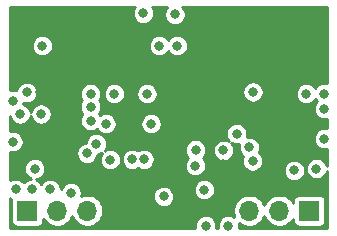
<source format=gbr>
G04 #@! TF.GenerationSoftware,KiCad,Pcbnew,(5.1.5)-3*
G04 #@! TF.CreationDate,2021-02-05T10:45:09+01:00*
G04 #@! TF.ProjectId,kapuki-cursen-hw,6b617075-6b69-42d6-9375-7273656e2d68,rev?*
G04 #@! TF.SameCoordinates,Original*
G04 #@! TF.FileFunction,Copper,L3,Inr*
G04 #@! TF.FilePolarity,Positive*
%FSLAX46Y46*%
G04 Gerber Fmt 4.6, Leading zero omitted, Abs format (unit mm)*
G04 Created by KiCad (PCBNEW (5.1.5)-3) date 2021-02-05 10:45:09*
%MOMM*%
%LPD*%
G04 APERTURE LIST*
%ADD10O,1.700000X1.700000*%
%ADD11R,1.700000X1.700000*%
%ADD12C,0.800000*%
%ADD13C,0.254000*%
G04 APERTURE END LIST*
D10*
X127762000Y-91440000D03*
X125222000Y-91440000D03*
D11*
X122682000Y-91440000D03*
D10*
X141478000Y-91440000D03*
X144018000Y-91440000D03*
D11*
X146558000Y-91440000D03*
D12*
X141478000Y-86080600D03*
X140411200Y-84912200D03*
X136906000Y-87630000D03*
X134239000Y-90220800D03*
X132562600Y-87096600D03*
X128041400Y-81534000D03*
X130048000Y-81534000D03*
X141782800Y-81381600D03*
X132511800Y-74726800D03*
X128041400Y-82626200D03*
X127736600Y-86588600D03*
X129717800Y-87122000D03*
X129336800Y-84074000D03*
X135178800Y-74828400D03*
X122656600Y-81432400D03*
X121462800Y-82118200D03*
X124612400Y-89636600D03*
X126390400Y-89916000D03*
X147828000Y-82804000D03*
X147828000Y-85344000D03*
X147828000Y-81534000D03*
X146304000Y-81534000D03*
X123088400Y-89636600D03*
X121691400Y-89636600D03*
X145288000Y-88036400D03*
X141757400Y-87223600D03*
X132816600Y-81534000D03*
X123850400Y-83261200D03*
X122072400Y-83261200D03*
X136931400Y-86283800D03*
X139700000Y-92710000D03*
X137795000Y-92710000D03*
X137668000Y-89662000D03*
X147167600Y-87884000D03*
X121462800Y-85598000D03*
X123317000Y-87884000D03*
X123952000Y-77470000D03*
X133858000Y-77470000D03*
X139293600Y-86334600D03*
X135382000Y-77470000D03*
X140538200Y-83210400D03*
X135178800Y-89712800D03*
X131292600Y-91186000D03*
X139877800Y-83693000D03*
X143510000Y-81381600D03*
X139268200Y-87528400D03*
X124536200Y-81432400D03*
X123723400Y-81432400D03*
X124891800Y-87858600D03*
X121666000Y-87604600D03*
X140639800Y-81965800D03*
X138836400Y-91440000D03*
X133172200Y-84074000D03*
X131572000Y-87096600D03*
X128524000Y-85775800D03*
X128041400Y-83820000D03*
D13*
G36*
X131707141Y-74296701D02*
G01*
X131638694Y-74461946D01*
X131603800Y-74637370D01*
X131603800Y-74816230D01*
X131638694Y-74991654D01*
X131707141Y-75156899D01*
X131806511Y-75305616D01*
X131932984Y-75432089D01*
X132081701Y-75531459D01*
X132246946Y-75599906D01*
X132422370Y-75634800D01*
X132601230Y-75634800D01*
X132776654Y-75599906D01*
X132941899Y-75531459D01*
X133090616Y-75432089D01*
X133217089Y-75305616D01*
X133316459Y-75156899D01*
X133384906Y-74991654D01*
X133419800Y-74816230D01*
X133419800Y-74637370D01*
X133384906Y-74461946D01*
X133316459Y-74296701D01*
X133247168Y-74193000D01*
X134530095Y-74193000D01*
X134473511Y-74249584D01*
X134374141Y-74398301D01*
X134305694Y-74563546D01*
X134270800Y-74738970D01*
X134270800Y-74917830D01*
X134305694Y-75093254D01*
X134374141Y-75258499D01*
X134473511Y-75407216D01*
X134599984Y-75533689D01*
X134748701Y-75633059D01*
X134913946Y-75701506D01*
X135089370Y-75736400D01*
X135268230Y-75736400D01*
X135443654Y-75701506D01*
X135608899Y-75633059D01*
X135757616Y-75533689D01*
X135884089Y-75407216D01*
X135983459Y-75258499D01*
X136051906Y-75093254D01*
X136086800Y-74917830D01*
X136086800Y-74738970D01*
X136051906Y-74563546D01*
X135983459Y-74398301D01*
X135884089Y-74249584D01*
X135827505Y-74193000D01*
X148057000Y-74193000D01*
X148057000Y-80653762D01*
X147917430Y-80626000D01*
X147738570Y-80626000D01*
X147563146Y-80660894D01*
X147397901Y-80729341D01*
X147249184Y-80828711D01*
X147122711Y-80955184D01*
X147066000Y-81040058D01*
X147009289Y-80955184D01*
X146882816Y-80828711D01*
X146734099Y-80729341D01*
X146568854Y-80660894D01*
X146393430Y-80626000D01*
X146214570Y-80626000D01*
X146039146Y-80660894D01*
X145873901Y-80729341D01*
X145725184Y-80828711D01*
X145598711Y-80955184D01*
X145499341Y-81103901D01*
X145430894Y-81269146D01*
X145396000Y-81444570D01*
X145396000Y-81623430D01*
X145430894Y-81798854D01*
X145499341Y-81964099D01*
X145598711Y-82112816D01*
X145725184Y-82239289D01*
X145873901Y-82338659D01*
X146039146Y-82407106D01*
X146214570Y-82442000D01*
X146393430Y-82442000D01*
X146568854Y-82407106D01*
X146734099Y-82338659D01*
X146882816Y-82239289D01*
X147009289Y-82112816D01*
X147066000Y-82027942D01*
X147122711Y-82112816D01*
X147178895Y-82169000D01*
X147122711Y-82225184D01*
X147023341Y-82373901D01*
X146954894Y-82539146D01*
X146920000Y-82714570D01*
X146920000Y-82893430D01*
X146954894Y-83068854D01*
X147023341Y-83234099D01*
X147122711Y-83382816D01*
X147249184Y-83509289D01*
X147397901Y-83608659D01*
X147563146Y-83677106D01*
X147738570Y-83712000D01*
X147917430Y-83712000D01*
X148057001Y-83684238D01*
X148057001Y-84463762D01*
X147917430Y-84436000D01*
X147738570Y-84436000D01*
X147563146Y-84470894D01*
X147397901Y-84539341D01*
X147249184Y-84638711D01*
X147122711Y-84765184D01*
X147023341Y-84913901D01*
X146954894Y-85079146D01*
X146920000Y-85254570D01*
X146920000Y-85433430D01*
X146954894Y-85608854D01*
X147023341Y-85774099D01*
X147122711Y-85922816D01*
X147249184Y-86049289D01*
X147397901Y-86148659D01*
X147563146Y-86217106D01*
X147738570Y-86252000D01*
X147917430Y-86252000D01*
X148057001Y-86224238D01*
X148057001Y-87701065D01*
X148040706Y-87619146D01*
X147972259Y-87453901D01*
X147872889Y-87305184D01*
X147746416Y-87178711D01*
X147597699Y-87079341D01*
X147432454Y-87010894D01*
X147257030Y-86976000D01*
X147078170Y-86976000D01*
X146902746Y-87010894D01*
X146737501Y-87079341D01*
X146588784Y-87178711D01*
X146462311Y-87305184D01*
X146362941Y-87453901D01*
X146294494Y-87619146D01*
X146259600Y-87794570D01*
X146259600Y-87973430D01*
X146294494Y-88148854D01*
X146362941Y-88314099D01*
X146462311Y-88462816D01*
X146588784Y-88589289D01*
X146737501Y-88688659D01*
X146902746Y-88757106D01*
X147078170Y-88792000D01*
X147257030Y-88792000D01*
X147432454Y-88757106D01*
X147597699Y-88688659D01*
X147746416Y-88589289D01*
X147872889Y-88462816D01*
X147972259Y-88314099D01*
X148040706Y-88148854D01*
X148057001Y-88066935D01*
X148057001Y-92939000D01*
X140580238Y-92939000D01*
X140608000Y-92799430D01*
X140608000Y-92620570D01*
X140575704Y-92458207D01*
X140612325Y-92494828D01*
X140834746Y-92643444D01*
X141081886Y-92745813D01*
X141344249Y-92798000D01*
X141611751Y-92798000D01*
X141874114Y-92745813D01*
X142121254Y-92643444D01*
X142343675Y-92494828D01*
X142532828Y-92305675D01*
X142681444Y-92083254D01*
X142748000Y-91922574D01*
X142814556Y-92083254D01*
X142963172Y-92305675D01*
X143152325Y-92494828D01*
X143374746Y-92643444D01*
X143621886Y-92745813D01*
X143884249Y-92798000D01*
X144151751Y-92798000D01*
X144414114Y-92745813D01*
X144661254Y-92643444D01*
X144883675Y-92494828D01*
X145072828Y-92305675D01*
X145197543Y-92119025D01*
X145197543Y-92290000D01*
X145207351Y-92389585D01*
X145236399Y-92485343D01*
X145283571Y-92573595D01*
X145347052Y-92650948D01*
X145424405Y-92714429D01*
X145512657Y-92761601D01*
X145608415Y-92790649D01*
X145708000Y-92800457D01*
X147408000Y-92800457D01*
X147507585Y-92790649D01*
X147603343Y-92761601D01*
X147691595Y-92714429D01*
X147768948Y-92650948D01*
X147832429Y-92573595D01*
X147879601Y-92485343D01*
X147908649Y-92389585D01*
X147918457Y-92290000D01*
X147918457Y-90590000D01*
X147908649Y-90490415D01*
X147879601Y-90394657D01*
X147832429Y-90306405D01*
X147768948Y-90229052D01*
X147691595Y-90165571D01*
X147603343Y-90118399D01*
X147507585Y-90089351D01*
X147408000Y-90079543D01*
X145708000Y-90079543D01*
X145608415Y-90089351D01*
X145512657Y-90118399D01*
X145424405Y-90165571D01*
X145347052Y-90229052D01*
X145283571Y-90306405D01*
X145236399Y-90394657D01*
X145207351Y-90490415D01*
X145197543Y-90590000D01*
X145197543Y-90760975D01*
X145072828Y-90574325D01*
X144883675Y-90385172D01*
X144661254Y-90236556D01*
X144414114Y-90134187D01*
X144151751Y-90082000D01*
X143884249Y-90082000D01*
X143621886Y-90134187D01*
X143374746Y-90236556D01*
X143152325Y-90385172D01*
X142963172Y-90574325D01*
X142814556Y-90796746D01*
X142748000Y-90957426D01*
X142681444Y-90796746D01*
X142532828Y-90574325D01*
X142343675Y-90385172D01*
X142121254Y-90236556D01*
X141874114Y-90134187D01*
X141611751Y-90082000D01*
X141344249Y-90082000D01*
X141081886Y-90134187D01*
X140834746Y-90236556D01*
X140612325Y-90385172D01*
X140423172Y-90574325D01*
X140274556Y-90796746D01*
X140172187Y-91043886D01*
X140120000Y-91306249D01*
X140120000Y-91573751D01*
X140172187Y-91836114D01*
X140227942Y-91970718D01*
X140130099Y-91905341D01*
X139964854Y-91836894D01*
X139789430Y-91802000D01*
X139610570Y-91802000D01*
X139435146Y-91836894D01*
X139269901Y-91905341D01*
X139121184Y-92004711D01*
X138994711Y-92131184D01*
X138895341Y-92279901D01*
X138826894Y-92445146D01*
X138792000Y-92620570D01*
X138792000Y-92799430D01*
X138819762Y-92939000D01*
X138675238Y-92939000D01*
X138703000Y-92799430D01*
X138703000Y-92620570D01*
X138668106Y-92445146D01*
X138599659Y-92279901D01*
X138500289Y-92131184D01*
X138373816Y-92004711D01*
X138225099Y-91905341D01*
X138059854Y-91836894D01*
X137884430Y-91802000D01*
X137705570Y-91802000D01*
X137530146Y-91836894D01*
X137364901Y-91905341D01*
X137216184Y-92004711D01*
X137089711Y-92131184D01*
X136990341Y-92279901D01*
X136921894Y-92445146D01*
X136887000Y-92620570D01*
X136887000Y-92799430D01*
X136914762Y-92939000D01*
X121183000Y-92939000D01*
X121183000Y-90388940D01*
X121261301Y-90441259D01*
X121336779Y-90472523D01*
X121331351Y-90490415D01*
X121321543Y-90590000D01*
X121321543Y-92290000D01*
X121331351Y-92389585D01*
X121360399Y-92485343D01*
X121407571Y-92573595D01*
X121471052Y-92650948D01*
X121548405Y-92714429D01*
X121636657Y-92761601D01*
X121732415Y-92790649D01*
X121832000Y-92800457D01*
X123532000Y-92800457D01*
X123631585Y-92790649D01*
X123727343Y-92761601D01*
X123815595Y-92714429D01*
X123892948Y-92650948D01*
X123956429Y-92573595D01*
X124003601Y-92485343D01*
X124032649Y-92389585D01*
X124042457Y-92290000D01*
X124042457Y-92119025D01*
X124167172Y-92305675D01*
X124356325Y-92494828D01*
X124578746Y-92643444D01*
X124825886Y-92745813D01*
X125088249Y-92798000D01*
X125355751Y-92798000D01*
X125618114Y-92745813D01*
X125865254Y-92643444D01*
X126087675Y-92494828D01*
X126276828Y-92305675D01*
X126425444Y-92083254D01*
X126492000Y-91922574D01*
X126558556Y-92083254D01*
X126707172Y-92305675D01*
X126896325Y-92494828D01*
X127118746Y-92643444D01*
X127365886Y-92745813D01*
X127628249Y-92798000D01*
X127895751Y-92798000D01*
X128158114Y-92745813D01*
X128405254Y-92643444D01*
X128627675Y-92494828D01*
X128816828Y-92305675D01*
X128965444Y-92083254D01*
X129067813Y-91836114D01*
X129120000Y-91573751D01*
X129120000Y-91306249D01*
X129067813Y-91043886D01*
X128965444Y-90796746D01*
X128816828Y-90574325D01*
X128627675Y-90385172D01*
X128405254Y-90236556D01*
X128158114Y-90134187D01*
X128143952Y-90131370D01*
X133331000Y-90131370D01*
X133331000Y-90310230D01*
X133365894Y-90485654D01*
X133434341Y-90650899D01*
X133533711Y-90799616D01*
X133660184Y-90926089D01*
X133808901Y-91025459D01*
X133974146Y-91093906D01*
X134149570Y-91128800D01*
X134328430Y-91128800D01*
X134503854Y-91093906D01*
X134669099Y-91025459D01*
X134817816Y-90926089D01*
X134944289Y-90799616D01*
X135043659Y-90650899D01*
X135112106Y-90485654D01*
X135147000Y-90310230D01*
X135147000Y-90131370D01*
X135112106Y-89955946D01*
X135043659Y-89790701D01*
X134944289Y-89641984D01*
X134874875Y-89572570D01*
X136760000Y-89572570D01*
X136760000Y-89751430D01*
X136794894Y-89926854D01*
X136863341Y-90092099D01*
X136962711Y-90240816D01*
X137089184Y-90367289D01*
X137237901Y-90466659D01*
X137403146Y-90535106D01*
X137578570Y-90570000D01*
X137757430Y-90570000D01*
X137932854Y-90535106D01*
X138098099Y-90466659D01*
X138246816Y-90367289D01*
X138373289Y-90240816D01*
X138472659Y-90092099D01*
X138541106Y-89926854D01*
X138576000Y-89751430D01*
X138576000Y-89572570D01*
X138541106Y-89397146D01*
X138472659Y-89231901D01*
X138373289Y-89083184D01*
X138246816Y-88956711D01*
X138098099Y-88857341D01*
X137932854Y-88788894D01*
X137757430Y-88754000D01*
X137578570Y-88754000D01*
X137403146Y-88788894D01*
X137237901Y-88857341D01*
X137089184Y-88956711D01*
X136962711Y-89083184D01*
X136863341Y-89231901D01*
X136794894Y-89397146D01*
X136760000Y-89572570D01*
X134874875Y-89572570D01*
X134817816Y-89515511D01*
X134669099Y-89416141D01*
X134503854Y-89347694D01*
X134328430Y-89312800D01*
X134149570Y-89312800D01*
X133974146Y-89347694D01*
X133808901Y-89416141D01*
X133660184Y-89515511D01*
X133533711Y-89641984D01*
X133434341Y-89790701D01*
X133365894Y-89955946D01*
X133331000Y-90131370D01*
X128143952Y-90131370D01*
X127895751Y-90082000D01*
X127628249Y-90082000D01*
X127365886Y-90134187D01*
X127264429Y-90176212D01*
X127298400Y-90005430D01*
X127298400Y-89826570D01*
X127263506Y-89651146D01*
X127195059Y-89485901D01*
X127095689Y-89337184D01*
X126969216Y-89210711D01*
X126820499Y-89111341D01*
X126655254Y-89042894D01*
X126479830Y-89008000D01*
X126300970Y-89008000D01*
X126125546Y-89042894D01*
X125960301Y-89111341D01*
X125811584Y-89210711D01*
X125685111Y-89337184D01*
X125585741Y-89485901D01*
X125520400Y-89643647D01*
X125520400Y-89547170D01*
X125485506Y-89371746D01*
X125417059Y-89206501D01*
X125317689Y-89057784D01*
X125191216Y-88931311D01*
X125042499Y-88831941D01*
X124877254Y-88763494D01*
X124701830Y-88728600D01*
X124522970Y-88728600D01*
X124347546Y-88763494D01*
X124182301Y-88831941D01*
X124033584Y-88931311D01*
X123907111Y-89057784D01*
X123850400Y-89142658D01*
X123793689Y-89057784D01*
X123667216Y-88931311D01*
X123518499Y-88831941D01*
X123416998Y-88789898D01*
X123581854Y-88757106D01*
X123747099Y-88688659D01*
X123895816Y-88589289D01*
X124022289Y-88462816D01*
X124121659Y-88314099D01*
X124190106Y-88148854D01*
X124225000Y-87973430D01*
X124225000Y-87794570D01*
X124190106Y-87619146D01*
X124121659Y-87453901D01*
X124022289Y-87305184D01*
X123895816Y-87178711D01*
X123747099Y-87079341D01*
X123581854Y-87010894D01*
X123406430Y-86976000D01*
X123227570Y-86976000D01*
X123052146Y-87010894D01*
X122886901Y-87079341D01*
X122738184Y-87178711D01*
X122611711Y-87305184D01*
X122512341Y-87453901D01*
X122443894Y-87619146D01*
X122409000Y-87794570D01*
X122409000Y-87973430D01*
X122443894Y-88148854D01*
X122512341Y-88314099D01*
X122611711Y-88462816D01*
X122738184Y-88589289D01*
X122886901Y-88688659D01*
X122988402Y-88730702D01*
X122823546Y-88763494D01*
X122658301Y-88831941D01*
X122509584Y-88931311D01*
X122389900Y-89050995D01*
X122270216Y-88931311D01*
X122121499Y-88831941D01*
X121956254Y-88763494D01*
X121780830Y-88728600D01*
X121601970Y-88728600D01*
X121426546Y-88763494D01*
X121261301Y-88831941D01*
X121183000Y-88884260D01*
X121183000Y-86464915D01*
X121197946Y-86471106D01*
X121373370Y-86506000D01*
X121552230Y-86506000D01*
X121586566Y-86499170D01*
X126828600Y-86499170D01*
X126828600Y-86678030D01*
X126863494Y-86853454D01*
X126931941Y-87018699D01*
X127031311Y-87167416D01*
X127157784Y-87293889D01*
X127306501Y-87393259D01*
X127471746Y-87461706D01*
X127647170Y-87496600D01*
X127826030Y-87496600D01*
X128001454Y-87461706D01*
X128166699Y-87393259D01*
X128315416Y-87293889D01*
X128441889Y-87167416D01*
X128541259Y-87018699D01*
X128609706Y-86853454D01*
X128644600Y-86678030D01*
X128644600Y-86677600D01*
X128788854Y-86648906D01*
X128954099Y-86580459D01*
X129017800Y-86537895D01*
X129012511Y-86543184D01*
X128913141Y-86691901D01*
X128844694Y-86857146D01*
X128809800Y-87032570D01*
X128809800Y-87211430D01*
X128844694Y-87386854D01*
X128913141Y-87552099D01*
X129012511Y-87700816D01*
X129138984Y-87827289D01*
X129287701Y-87926659D01*
X129452946Y-87995106D01*
X129628370Y-88030000D01*
X129807230Y-88030000D01*
X129982654Y-87995106D01*
X130147899Y-87926659D01*
X130296616Y-87827289D01*
X130423089Y-87700816D01*
X130522459Y-87552099D01*
X130590906Y-87386854D01*
X130625800Y-87211430D01*
X130625800Y-87032570D01*
X130620748Y-87007170D01*
X130664000Y-87007170D01*
X130664000Y-87186030D01*
X130698894Y-87361454D01*
X130767341Y-87526699D01*
X130866711Y-87675416D01*
X130993184Y-87801889D01*
X131141901Y-87901259D01*
X131307146Y-87969706D01*
X131482570Y-88004600D01*
X131661430Y-88004600D01*
X131836854Y-87969706D01*
X132002099Y-87901259D01*
X132067300Y-87857693D01*
X132132501Y-87901259D01*
X132297746Y-87969706D01*
X132473170Y-88004600D01*
X132652030Y-88004600D01*
X132827454Y-87969706D01*
X132992699Y-87901259D01*
X133141416Y-87801889D01*
X133267889Y-87675416D01*
X133357990Y-87540570D01*
X135998000Y-87540570D01*
X135998000Y-87719430D01*
X136032894Y-87894854D01*
X136101341Y-88060099D01*
X136200711Y-88208816D01*
X136327184Y-88335289D01*
X136475901Y-88434659D01*
X136641146Y-88503106D01*
X136816570Y-88538000D01*
X136995430Y-88538000D01*
X137170854Y-88503106D01*
X137336099Y-88434659D01*
X137484816Y-88335289D01*
X137611289Y-88208816D01*
X137710659Y-88060099D01*
X137779106Y-87894854D01*
X137814000Y-87719430D01*
X137814000Y-87540570D01*
X137779106Y-87365146D01*
X137710659Y-87199901D01*
X137611289Y-87051184D01*
X137529705Y-86969600D01*
X137636689Y-86862616D01*
X137736059Y-86713899D01*
X137804506Y-86548654D01*
X137839400Y-86373230D01*
X137839400Y-86245170D01*
X138385600Y-86245170D01*
X138385600Y-86424030D01*
X138420494Y-86599454D01*
X138488941Y-86764699D01*
X138588311Y-86913416D01*
X138714784Y-87039889D01*
X138863501Y-87139259D01*
X139028746Y-87207706D01*
X139204170Y-87242600D01*
X139383030Y-87242600D01*
X139558454Y-87207706D01*
X139723699Y-87139259D01*
X139872416Y-87039889D01*
X139998889Y-86913416D01*
X140098259Y-86764699D01*
X140166706Y-86599454D01*
X140201600Y-86424030D01*
X140201600Y-86245170D01*
X140166706Y-86069746D01*
X140098259Y-85904501D01*
X139998889Y-85755784D01*
X139917400Y-85674295D01*
X139981101Y-85716859D01*
X140146346Y-85785306D01*
X140321770Y-85820200D01*
X140500630Y-85820200D01*
X140612245Y-85797998D01*
X140604894Y-85815746D01*
X140570000Y-85991170D01*
X140570000Y-86170030D01*
X140604894Y-86345454D01*
X140673341Y-86510699D01*
X140772711Y-86659416D01*
X140899184Y-86785889D01*
X140943601Y-86815567D01*
X140884294Y-86958746D01*
X140849400Y-87134170D01*
X140849400Y-87313030D01*
X140884294Y-87488454D01*
X140952741Y-87653699D01*
X141052111Y-87802416D01*
X141178584Y-87928889D01*
X141327301Y-88028259D01*
X141492546Y-88096706D01*
X141667970Y-88131600D01*
X141846830Y-88131600D01*
X142022254Y-88096706D01*
X142187499Y-88028259D01*
X142309156Y-87946970D01*
X144380000Y-87946970D01*
X144380000Y-88125830D01*
X144414894Y-88301254D01*
X144483341Y-88466499D01*
X144582711Y-88615216D01*
X144709184Y-88741689D01*
X144857901Y-88841059D01*
X145023146Y-88909506D01*
X145198570Y-88944400D01*
X145377430Y-88944400D01*
X145552854Y-88909506D01*
X145718099Y-88841059D01*
X145866816Y-88741689D01*
X145993289Y-88615216D01*
X146092659Y-88466499D01*
X146161106Y-88301254D01*
X146196000Y-88125830D01*
X146196000Y-87946970D01*
X146161106Y-87771546D01*
X146092659Y-87606301D01*
X145993289Y-87457584D01*
X145866816Y-87331111D01*
X145718099Y-87231741D01*
X145552854Y-87163294D01*
X145377430Y-87128400D01*
X145198570Y-87128400D01*
X145023146Y-87163294D01*
X144857901Y-87231741D01*
X144709184Y-87331111D01*
X144582711Y-87457584D01*
X144483341Y-87606301D01*
X144414894Y-87771546D01*
X144380000Y-87946970D01*
X142309156Y-87946970D01*
X142336216Y-87928889D01*
X142462689Y-87802416D01*
X142562059Y-87653699D01*
X142630506Y-87488454D01*
X142665400Y-87313030D01*
X142665400Y-87134170D01*
X142630506Y-86958746D01*
X142562059Y-86793501D01*
X142462689Y-86644784D01*
X142336216Y-86518311D01*
X142291799Y-86488633D01*
X142351106Y-86345454D01*
X142386000Y-86170030D01*
X142386000Y-85991170D01*
X142351106Y-85815746D01*
X142282659Y-85650501D01*
X142183289Y-85501784D01*
X142056816Y-85375311D01*
X141908099Y-85275941D01*
X141742854Y-85207494D01*
X141567430Y-85172600D01*
X141388570Y-85172600D01*
X141276955Y-85194802D01*
X141284306Y-85177054D01*
X141319200Y-85001630D01*
X141319200Y-84822770D01*
X141284306Y-84647346D01*
X141215859Y-84482101D01*
X141116489Y-84333384D01*
X140990016Y-84206911D01*
X140841299Y-84107541D01*
X140676054Y-84039094D01*
X140500630Y-84004200D01*
X140321770Y-84004200D01*
X140146346Y-84039094D01*
X139981101Y-84107541D01*
X139832384Y-84206911D01*
X139705911Y-84333384D01*
X139606541Y-84482101D01*
X139538094Y-84647346D01*
X139503200Y-84822770D01*
X139503200Y-85001630D01*
X139538094Y-85177054D01*
X139606541Y-85342299D01*
X139705911Y-85491016D01*
X139787400Y-85572505D01*
X139723699Y-85529941D01*
X139558454Y-85461494D01*
X139383030Y-85426600D01*
X139204170Y-85426600D01*
X139028746Y-85461494D01*
X138863501Y-85529941D01*
X138714784Y-85629311D01*
X138588311Y-85755784D01*
X138488941Y-85904501D01*
X138420494Y-86069746D01*
X138385600Y-86245170D01*
X137839400Y-86245170D01*
X137839400Y-86194370D01*
X137804506Y-86018946D01*
X137736059Y-85853701D01*
X137636689Y-85704984D01*
X137510216Y-85578511D01*
X137361499Y-85479141D01*
X137196254Y-85410694D01*
X137020830Y-85375800D01*
X136841970Y-85375800D01*
X136666546Y-85410694D01*
X136501301Y-85479141D01*
X136352584Y-85578511D01*
X136226111Y-85704984D01*
X136126741Y-85853701D01*
X136058294Y-86018946D01*
X136023400Y-86194370D01*
X136023400Y-86373230D01*
X136058294Y-86548654D01*
X136126741Y-86713899D01*
X136226111Y-86862616D01*
X136307695Y-86944200D01*
X136200711Y-87051184D01*
X136101341Y-87199901D01*
X136032894Y-87365146D01*
X135998000Y-87540570D01*
X133357990Y-87540570D01*
X133367259Y-87526699D01*
X133435706Y-87361454D01*
X133470600Y-87186030D01*
X133470600Y-87007170D01*
X133435706Y-86831746D01*
X133367259Y-86666501D01*
X133267889Y-86517784D01*
X133141416Y-86391311D01*
X132992699Y-86291941D01*
X132827454Y-86223494D01*
X132652030Y-86188600D01*
X132473170Y-86188600D01*
X132297746Y-86223494D01*
X132132501Y-86291941D01*
X132067300Y-86335507D01*
X132002099Y-86291941D01*
X131836854Y-86223494D01*
X131661430Y-86188600D01*
X131482570Y-86188600D01*
X131307146Y-86223494D01*
X131141901Y-86291941D01*
X130993184Y-86391311D01*
X130866711Y-86517784D01*
X130767341Y-86666501D01*
X130698894Y-86831746D01*
X130664000Y-87007170D01*
X130620748Y-87007170D01*
X130590906Y-86857146D01*
X130522459Y-86691901D01*
X130423089Y-86543184D01*
X130296616Y-86416711D01*
X130147899Y-86317341D01*
X129982654Y-86248894D01*
X129807230Y-86214000D01*
X129628370Y-86214000D01*
X129452946Y-86248894D01*
X129287701Y-86317341D01*
X129224000Y-86359905D01*
X129229289Y-86354616D01*
X129328659Y-86205899D01*
X129397106Y-86040654D01*
X129432000Y-85865230D01*
X129432000Y-85686370D01*
X129397106Y-85510946D01*
X129328659Y-85345701D01*
X129229289Y-85196984D01*
X129102816Y-85070511D01*
X128954099Y-84971141D01*
X128788854Y-84902694D01*
X128613430Y-84867800D01*
X128434570Y-84867800D01*
X128259146Y-84902694D01*
X128093901Y-84971141D01*
X127945184Y-85070511D01*
X127818711Y-85196984D01*
X127719341Y-85345701D01*
X127650894Y-85510946D01*
X127616000Y-85686370D01*
X127616000Y-85686800D01*
X127471746Y-85715494D01*
X127306501Y-85783941D01*
X127157784Y-85883311D01*
X127031311Y-86009784D01*
X126931941Y-86158501D01*
X126863494Y-86323746D01*
X126828600Y-86499170D01*
X121586566Y-86499170D01*
X121727654Y-86471106D01*
X121892899Y-86402659D01*
X122041616Y-86303289D01*
X122168089Y-86176816D01*
X122267459Y-86028099D01*
X122335906Y-85862854D01*
X122370800Y-85687430D01*
X122370800Y-85508570D01*
X122335906Y-85333146D01*
X122267459Y-85167901D01*
X122168089Y-85019184D01*
X122041616Y-84892711D01*
X121892899Y-84793341D01*
X121727654Y-84724894D01*
X121552230Y-84690000D01*
X121373370Y-84690000D01*
X121197946Y-84724894D01*
X121183000Y-84731085D01*
X121183000Y-83444139D01*
X121199294Y-83526054D01*
X121267741Y-83691299D01*
X121367111Y-83840016D01*
X121493584Y-83966489D01*
X121642301Y-84065859D01*
X121807546Y-84134306D01*
X121982970Y-84169200D01*
X122161830Y-84169200D01*
X122337254Y-84134306D01*
X122502499Y-84065859D01*
X122651216Y-83966489D01*
X122777689Y-83840016D01*
X122877059Y-83691299D01*
X122945506Y-83526054D01*
X122961400Y-83446149D01*
X122977294Y-83526054D01*
X123045741Y-83691299D01*
X123145111Y-83840016D01*
X123271584Y-83966489D01*
X123420301Y-84065859D01*
X123585546Y-84134306D01*
X123760970Y-84169200D01*
X123939830Y-84169200D01*
X124115254Y-84134306D01*
X124280499Y-84065859D01*
X124429216Y-83966489D01*
X124555689Y-83840016D01*
X124655059Y-83691299D01*
X124723506Y-83526054D01*
X124758400Y-83350630D01*
X124758400Y-83171770D01*
X124723506Y-82996346D01*
X124655059Y-82831101D01*
X124555689Y-82682384D01*
X124429216Y-82555911D01*
X124280499Y-82456541D01*
X124115254Y-82388094D01*
X123939830Y-82353200D01*
X123760970Y-82353200D01*
X123585546Y-82388094D01*
X123420301Y-82456541D01*
X123271584Y-82555911D01*
X123145111Y-82682384D01*
X123045741Y-82831101D01*
X122977294Y-82996346D01*
X122961400Y-83076251D01*
X122945506Y-82996346D01*
X122877059Y-82831101D01*
X122777689Y-82682384D01*
X122651216Y-82555911D01*
X122502499Y-82456541D01*
X122337254Y-82388094D01*
X122334080Y-82387463D01*
X122335906Y-82383054D01*
X122354408Y-82290040D01*
X122391746Y-82305506D01*
X122567170Y-82340400D01*
X122746030Y-82340400D01*
X122921454Y-82305506D01*
X123086699Y-82237059D01*
X123235416Y-82137689D01*
X123361889Y-82011216D01*
X123461259Y-81862499D01*
X123529706Y-81697254D01*
X123564600Y-81521830D01*
X123564600Y-81444570D01*
X127133400Y-81444570D01*
X127133400Y-81623430D01*
X127168294Y-81798854D01*
X127236741Y-81964099D01*
X127314251Y-82080100D01*
X127236741Y-82196101D01*
X127168294Y-82361346D01*
X127133400Y-82536770D01*
X127133400Y-82715630D01*
X127168294Y-82891054D01*
X127236741Y-83056299D01*
X127336111Y-83205016D01*
X127354195Y-83223100D01*
X127336111Y-83241184D01*
X127236741Y-83389901D01*
X127168294Y-83555146D01*
X127133400Y-83730570D01*
X127133400Y-83909430D01*
X127168294Y-84084854D01*
X127236741Y-84250099D01*
X127336111Y-84398816D01*
X127462584Y-84525289D01*
X127611301Y-84624659D01*
X127776546Y-84693106D01*
X127951970Y-84728000D01*
X128130830Y-84728000D01*
X128306254Y-84693106D01*
X128471499Y-84624659D01*
X128569115Y-84559434D01*
X128631511Y-84652816D01*
X128757984Y-84779289D01*
X128906701Y-84878659D01*
X129071946Y-84947106D01*
X129247370Y-84982000D01*
X129426230Y-84982000D01*
X129601654Y-84947106D01*
X129766899Y-84878659D01*
X129915616Y-84779289D01*
X130042089Y-84652816D01*
X130141459Y-84504099D01*
X130209906Y-84338854D01*
X130244800Y-84163430D01*
X130244800Y-83984570D01*
X132264200Y-83984570D01*
X132264200Y-84163430D01*
X132299094Y-84338854D01*
X132367541Y-84504099D01*
X132466911Y-84652816D01*
X132593384Y-84779289D01*
X132742101Y-84878659D01*
X132907346Y-84947106D01*
X133082770Y-84982000D01*
X133261630Y-84982000D01*
X133437054Y-84947106D01*
X133602299Y-84878659D01*
X133751016Y-84779289D01*
X133877489Y-84652816D01*
X133976859Y-84504099D01*
X134045306Y-84338854D01*
X134080200Y-84163430D01*
X134080200Y-83984570D01*
X134045306Y-83809146D01*
X133976859Y-83643901D01*
X133877489Y-83495184D01*
X133751016Y-83368711D01*
X133602299Y-83269341D01*
X133437054Y-83200894D01*
X133261630Y-83166000D01*
X133082770Y-83166000D01*
X132907346Y-83200894D01*
X132742101Y-83269341D01*
X132593384Y-83368711D01*
X132466911Y-83495184D01*
X132367541Y-83643901D01*
X132299094Y-83809146D01*
X132264200Y-83984570D01*
X130244800Y-83984570D01*
X130209906Y-83809146D01*
X130141459Y-83643901D01*
X130042089Y-83495184D01*
X129915616Y-83368711D01*
X129766899Y-83269341D01*
X129601654Y-83200894D01*
X129426230Y-83166000D01*
X129247370Y-83166000D01*
X129071946Y-83200894D01*
X128906701Y-83269341D01*
X128809085Y-83334566D01*
X128746689Y-83241184D01*
X128728605Y-83223100D01*
X128746689Y-83205016D01*
X128846059Y-83056299D01*
X128914506Y-82891054D01*
X128949400Y-82715630D01*
X128949400Y-82536770D01*
X128914506Y-82361346D01*
X128846059Y-82196101D01*
X128768549Y-82080100D01*
X128846059Y-81964099D01*
X128914506Y-81798854D01*
X128949400Y-81623430D01*
X128949400Y-81444570D01*
X129140000Y-81444570D01*
X129140000Y-81623430D01*
X129174894Y-81798854D01*
X129243341Y-81964099D01*
X129342711Y-82112816D01*
X129469184Y-82239289D01*
X129617901Y-82338659D01*
X129783146Y-82407106D01*
X129958570Y-82442000D01*
X130137430Y-82442000D01*
X130312854Y-82407106D01*
X130478099Y-82338659D01*
X130626816Y-82239289D01*
X130753289Y-82112816D01*
X130852659Y-81964099D01*
X130921106Y-81798854D01*
X130956000Y-81623430D01*
X130956000Y-81444570D01*
X131908600Y-81444570D01*
X131908600Y-81623430D01*
X131943494Y-81798854D01*
X132011941Y-81964099D01*
X132111311Y-82112816D01*
X132237784Y-82239289D01*
X132386501Y-82338659D01*
X132551746Y-82407106D01*
X132727170Y-82442000D01*
X132906030Y-82442000D01*
X133081454Y-82407106D01*
X133246699Y-82338659D01*
X133395416Y-82239289D01*
X133521889Y-82112816D01*
X133621259Y-81964099D01*
X133689706Y-81798854D01*
X133724600Y-81623430D01*
X133724600Y-81444570D01*
X133694286Y-81292170D01*
X140874800Y-81292170D01*
X140874800Y-81471030D01*
X140909694Y-81646454D01*
X140978141Y-81811699D01*
X141077511Y-81960416D01*
X141203984Y-82086889D01*
X141352701Y-82186259D01*
X141517946Y-82254706D01*
X141693370Y-82289600D01*
X141872230Y-82289600D01*
X142047654Y-82254706D01*
X142212899Y-82186259D01*
X142361616Y-82086889D01*
X142488089Y-81960416D01*
X142587459Y-81811699D01*
X142655906Y-81646454D01*
X142690800Y-81471030D01*
X142690800Y-81292170D01*
X142655906Y-81116746D01*
X142587459Y-80951501D01*
X142488089Y-80802784D01*
X142361616Y-80676311D01*
X142212899Y-80576941D01*
X142047654Y-80508494D01*
X141872230Y-80473600D01*
X141693370Y-80473600D01*
X141517946Y-80508494D01*
X141352701Y-80576941D01*
X141203984Y-80676311D01*
X141077511Y-80802784D01*
X140978141Y-80951501D01*
X140909694Y-81116746D01*
X140874800Y-81292170D01*
X133694286Y-81292170D01*
X133689706Y-81269146D01*
X133621259Y-81103901D01*
X133521889Y-80955184D01*
X133395416Y-80828711D01*
X133246699Y-80729341D01*
X133081454Y-80660894D01*
X132906030Y-80626000D01*
X132727170Y-80626000D01*
X132551746Y-80660894D01*
X132386501Y-80729341D01*
X132237784Y-80828711D01*
X132111311Y-80955184D01*
X132011941Y-81103901D01*
X131943494Y-81269146D01*
X131908600Y-81444570D01*
X130956000Y-81444570D01*
X130921106Y-81269146D01*
X130852659Y-81103901D01*
X130753289Y-80955184D01*
X130626816Y-80828711D01*
X130478099Y-80729341D01*
X130312854Y-80660894D01*
X130137430Y-80626000D01*
X129958570Y-80626000D01*
X129783146Y-80660894D01*
X129617901Y-80729341D01*
X129469184Y-80828711D01*
X129342711Y-80955184D01*
X129243341Y-81103901D01*
X129174894Y-81269146D01*
X129140000Y-81444570D01*
X128949400Y-81444570D01*
X128914506Y-81269146D01*
X128846059Y-81103901D01*
X128746689Y-80955184D01*
X128620216Y-80828711D01*
X128471499Y-80729341D01*
X128306254Y-80660894D01*
X128130830Y-80626000D01*
X127951970Y-80626000D01*
X127776546Y-80660894D01*
X127611301Y-80729341D01*
X127462584Y-80828711D01*
X127336111Y-80955184D01*
X127236741Y-81103901D01*
X127168294Y-81269146D01*
X127133400Y-81444570D01*
X123564600Y-81444570D01*
X123564600Y-81342970D01*
X123529706Y-81167546D01*
X123461259Y-81002301D01*
X123361889Y-80853584D01*
X123235416Y-80727111D01*
X123086699Y-80627741D01*
X122921454Y-80559294D01*
X122746030Y-80524400D01*
X122567170Y-80524400D01*
X122391746Y-80559294D01*
X122226501Y-80627741D01*
X122077784Y-80727111D01*
X121951311Y-80853584D01*
X121851941Y-81002301D01*
X121783494Y-81167546D01*
X121764992Y-81260560D01*
X121727654Y-81245094D01*
X121552230Y-81210200D01*
X121373370Y-81210200D01*
X121197946Y-81245094D01*
X121183000Y-81251285D01*
X121183000Y-77380570D01*
X123044000Y-77380570D01*
X123044000Y-77559430D01*
X123078894Y-77734854D01*
X123147341Y-77900099D01*
X123246711Y-78048816D01*
X123373184Y-78175289D01*
X123521901Y-78274659D01*
X123687146Y-78343106D01*
X123862570Y-78378000D01*
X124041430Y-78378000D01*
X124216854Y-78343106D01*
X124382099Y-78274659D01*
X124530816Y-78175289D01*
X124657289Y-78048816D01*
X124756659Y-77900099D01*
X124825106Y-77734854D01*
X124860000Y-77559430D01*
X124860000Y-77380570D01*
X132950000Y-77380570D01*
X132950000Y-77559430D01*
X132984894Y-77734854D01*
X133053341Y-77900099D01*
X133152711Y-78048816D01*
X133279184Y-78175289D01*
X133427901Y-78274659D01*
X133593146Y-78343106D01*
X133768570Y-78378000D01*
X133947430Y-78378000D01*
X134122854Y-78343106D01*
X134288099Y-78274659D01*
X134436816Y-78175289D01*
X134563289Y-78048816D01*
X134620000Y-77963942D01*
X134676711Y-78048816D01*
X134803184Y-78175289D01*
X134951901Y-78274659D01*
X135117146Y-78343106D01*
X135292570Y-78378000D01*
X135471430Y-78378000D01*
X135646854Y-78343106D01*
X135812099Y-78274659D01*
X135960816Y-78175289D01*
X136087289Y-78048816D01*
X136186659Y-77900099D01*
X136255106Y-77734854D01*
X136290000Y-77559430D01*
X136290000Y-77380570D01*
X136255106Y-77205146D01*
X136186659Y-77039901D01*
X136087289Y-76891184D01*
X135960816Y-76764711D01*
X135812099Y-76665341D01*
X135646854Y-76596894D01*
X135471430Y-76562000D01*
X135292570Y-76562000D01*
X135117146Y-76596894D01*
X134951901Y-76665341D01*
X134803184Y-76764711D01*
X134676711Y-76891184D01*
X134620000Y-76976058D01*
X134563289Y-76891184D01*
X134436816Y-76764711D01*
X134288099Y-76665341D01*
X134122854Y-76596894D01*
X133947430Y-76562000D01*
X133768570Y-76562000D01*
X133593146Y-76596894D01*
X133427901Y-76665341D01*
X133279184Y-76764711D01*
X133152711Y-76891184D01*
X133053341Y-77039901D01*
X132984894Y-77205146D01*
X132950000Y-77380570D01*
X124860000Y-77380570D01*
X124825106Y-77205146D01*
X124756659Y-77039901D01*
X124657289Y-76891184D01*
X124530816Y-76764711D01*
X124382099Y-76665341D01*
X124216854Y-76596894D01*
X124041430Y-76562000D01*
X123862570Y-76562000D01*
X123687146Y-76596894D01*
X123521901Y-76665341D01*
X123373184Y-76764711D01*
X123246711Y-76891184D01*
X123147341Y-77039901D01*
X123078894Y-77205146D01*
X123044000Y-77380570D01*
X121183000Y-77380570D01*
X121183000Y-74193000D01*
X131776432Y-74193000D01*
X131707141Y-74296701D01*
G37*
X131707141Y-74296701D02*
X131638694Y-74461946D01*
X131603800Y-74637370D01*
X131603800Y-74816230D01*
X131638694Y-74991654D01*
X131707141Y-75156899D01*
X131806511Y-75305616D01*
X131932984Y-75432089D01*
X132081701Y-75531459D01*
X132246946Y-75599906D01*
X132422370Y-75634800D01*
X132601230Y-75634800D01*
X132776654Y-75599906D01*
X132941899Y-75531459D01*
X133090616Y-75432089D01*
X133217089Y-75305616D01*
X133316459Y-75156899D01*
X133384906Y-74991654D01*
X133419800Y-74816230D01*
X133419800Y-74637370D01*
X133384906Y-74461946D01*
X133316459Y-74296701D01*
X133247168Y-74193000D01*
X134530095Y-74193000D01*
X134473511Y-74249584D01*
X134374141Y-74398301D01*
X134305694Y-74563546D01*
X134270800Y-74738970D01*
X134270800Y-74917830D01*
X134305694Y-75093254D01*
X134374141Y-75258499D01*
X134473511Y-75407216D01*
X134599984Y-75533689D01*
X134748701Y-75633059D01*
X134913946Y-75701506D01*
X135089370Y-75736400D01*
X135268230Y-75736400D01*
X135443654Y-75701506D01*
X135608899Y-75633059D01*
X135757616Y-75533689D01*
X135884089Y-75407216D01*
X135983459Y-75258499D01*
X136051906Y-75093254D01*
X136086800Y-74917830D01*
X136086800Y-74738970D01*
X136051906Y-74563546D01*
X135983459Y-74398301D01*
X135884089Y-74249584D01*
X135827505Y-74193000D01*
X148057000Y-74193000D01*
X148057000Y-80653762D01*
X147917430Y-80626000D01*
X147738570Y-80626000D01*
X147563146Y-80660894D01*
X147397901Y-80729341D01*
X147249184Y-80828711D01*
X147122711Y-80955184D01*
X147066000Y-81040058D01*
X147009289Y-80955184D01*
X146882816Y-80828711D01*
X146734099Y-80729341D01*
X146568854Y-80660894D01*
X146393430Y-80626000D01*
X146214570Y-80626000D01*
X146039146Y-80660894D01*
X145873901Y-80729341D01*
X145725184Y-80828711D01*
X145598711Y-80955184D01*
X145499341Y-81103901D01*
X145430894Y-81269146D01*
X145396000Y-81444570D01*
X145396000Y-81623430D01*
X145430894Y-81798854D01*
X145499341Y-81964099D01*
X145598711Y-82112816D01*
X145725184Y-82239289D01*
X145873901Y-82338659D01*
X146039146Y-82407106D01*
X146214570Y-82442000D01*
X146393430Y-82442000D01*
X146568854Y-82407106D01*
X146734099Y-82338659D01*
X146882816Y-82239289D01*
X147009289Y-82112816D01*
X147066000Y-82027942D01*
X147122711Y-82112816D01*
X147178895Y-82169000D01*
X147122711Y-82225184D01*
X147023341Y-82373901D01*
X146954894Y-82539146D01*
X146920000Y-82714570D01*
X146920000Y-82893430D01*
X146954894Y-83068854D01*
X147023341Y-83234099D01*
X147122711Y-83382816D01*
X147249184Y-83509289D01*
X147397901Y-83608659D01*
X147563146Y-83677106D01*
X147738570Y-83712000D01*
X147917430Y-83712000D01*
X148057001Y-83684238D01*
X148057001Y-84463762D01*
X147917430Y-84436000D01*
X147738570Y-84436000D01*
X147563146Y-84470894D01*
X147397901Y-84539341D01*
X147249184Y-84638711D01*
X147122711Y-84765184D01*
X147023341Y-84913901D01*
X146954894Y-85079146D01*
X146920000Y-85254570D01*
X146920000Y-85433430D01*
X146954894Y-85608854D01*
X147023341Y-85774099D01*
X147122711Y-85922816D01*
X147249184Y-86049289D01*
X147397901Y-86148659D01*
X147563146Y-86217106D01*
X147738570Y-86252000D01*
X147917430Y-86252000D01*
X148057001Y-86224238D01*
X148057001Y-87701065D01*
X148040706Y-87619146D01*
X147972259Y-87453901D01*
X147872889Y-87305184D01*
X147746416Y-87178711D01*
X147597699Y-87079341D01*
X147432454Y-87010894D01*
X147257030Y-86976000D01*
X147078170Y-86976000D01*
X146902746Y-87010894D01*
X146737501Y-87079341D01*
X146588784Y-87178711D01*
X146462311Y-87305184D01*
X146362941Y-87453901D01*
X146294494Y-87619146D01*
X146259600Y-87794570D01*
X146259600Y-87973430D01*
X146294494Y-88148854D01*
X146362941Y-88314099D01*
X146462311Y-88462816D01*
X146588784Y-88589289D01*
X146737501Y-88688659D01*
X146902746Y-88757106D01*
X147078170Y-88792000D01*
X147257030Y-88792000D01*
X147432454Y-88757106D01*
X147597699Y-88688659D01*
X147746416Y-88589289D01*
X147872889Y-88462816D01*
X147972259Y-88314099D01*
X148040706Y-88148854D01*
X148057001Y-88066935D01*
X148057001Y-92939000D01*
X140580238Y-92939000D01*
X140608000Y-92799430D01*
X140608000Y-92620570D01*
X140575704Y-92458207D01*
X140612325Y-92494828D01*
X140834746Y-92643444D01*
X141081886Y-92745813D01*
X141344249Y-92798000D01*
X141611751Y-92798000D01*
X141874114Y-92745813D01*
X142121254Y-92643444D01*
X142343675Y-92494828D01*
X142532828Y-92305675D01*
X142681444Y-92083254D01*
X142748000Y-91922574D01*
X142814556Y-92083254D01*
X142963172Y-92305675D01*
X143152325Y-92494828D01*
X143374746Y-92643444D01*
X143621886Y-92745813D01*
X143884249Y-92798000D01*
X144151751Y-92798000D01*
X144414114Y-92745813D01*
X144661254Y-92643444D01*
X144883675Y-92494828D01*
X145072828Y-92305675D01*
X145197543Y-92119025D01*
X145197543Y-92290000D01*
X145207351Y-92389585D01*
X145236399Y-92485343D01*
X145283571Y-92573595D01*
X145347052Y-92650948D01*
X145424405Y-92714429D01*
X145512657Y-92761601D01*
X145608415Y-92790649D01*
X145708000Y-92800457D01*
X147408000Y-92800457D01*
X147507585Y-92790649D01*
X147603343Y-92761601D01*
X147691595Y-92714429D01*
X147768948Y-92650948D01*
X147832429Y-92573595D01*
X147879601Y-92485343D01*
X147908649Y-92389585D01*
X147918457Y-92290000D01*
X147918457Y-90590000D01*
X147908649Y-90490415D01*
X147879601Y-90394657D01*
X147832429Y-90306405D01*
X147768948Y-90229052D01*
X147691595Y-90165571D01*
X147603343Y-90118399D01*
X147507585Y-90089351D01*
X147408000Y-90079543D01*
X145708000Y-90079543D01*
X145608415Y-90089351D01*
X145512657Y-90118399D01*
X145424405Y-90165571D01*
X145347052Y-90229052D01*
X145283571Y-90306405D01*
X145236399Y-90394657D01*
X145207351Y-90490415D01*
X145197543Y-90590000D01*
X145197543Y-90760975D01*
X145072828Y-90574325D01*
X144883675Y-90385172D01*
X144661254Y-90236556D01*
X144414114Y-90134187D01*
X144151751Y-90082000D01*
X143884249Y-90082000D01*
X143621886Y-90134187D01*
X143374746Y-90236556D01*
X143152325Y-90385172D01*
X142963172Y-90574325D01*
X142814556Y-90796746D01*
X142748000Y-90957426D01*
X142681444Y-90796746D01*
X142532828Y-90574325D01*
X142343675Y-90385172D01*
X142121254Y-90236556D01*
X141874114Y-90134187D01*
X141611751Y-90082000D01*
X141344249Y-90082000D01*
X141081886Y-90134187D01*
X140834746Y-90236556D01*
X140612325Y-90385172D01*
X140423172Y-90574325D01*
X140274556Y-90796746D01*
X140172187Y-91043886D01*
X140120000Y-91306249D01*
X140120000Y-91573751D01*
X140172187Y-91836114D01*
X140227942Y-91970718D01*
X140130099Y-91905341D01*
X139964854Y-91836894D01*
X139789430Y-91802000D01*
X139610570Y-91802000D01*
X139435146Y-91836894D01*
X139269901Y-91905341D01*
X139121184Y-92004711D01*
X138994711Y-92131184D01*
X138895341Y-92279901D01*
X138826894Y-92445146D01*
X138792000Y-92620570D01*
X138792000Y-92799430D01*
X138819762Y-92939000D01*
X138675238Y-92939000D01*
X138703000Y-92799430D01*
X138703000Y-92620570D01*
X138668106Y-92445146D01*
X138599659Y-92279901D01*
X138500289Y-92131184D01*
X138373816Y-92004711D01*
X138225099Y-91905341D01*
X138059854Y-91836894D01*
X137884430Y-91802000D01*
X137705570Y-91802000D01*
X137530146Y-91836894D01*
X137364901Y-91905341D01*
X137216184Y-92004711D01*
X137089711Y-92131184D01*
X136990341Y-92279901D01*
X136921894Y-92445146D01*
X136887000Y-92620570D01*
X136887000Y-92799430D01*
X136914762Y-92939000D01*
X121183000Y-92939000D01*
X121183000Y-90388940D01*
X121261301Y-90441259D01*
X121336779Y-90472523D01*
X121331351Y-90490415D01*
X121321543Y-90590000D01*
X121321543Y-92290000D01*
X121331351Y-92389585D01*
X121360399Y-92485343D01*
X121407571Y-92573595D01*
X121471052Y-92650948D01*
X121548405Y-92714429D01*
X121636657Y-92761601D01*
X121732415Y-92790649D01*
X121832000Y-92800457D01*
X123532000Y-92800457D01*
X123631585Y-92790649D01*
X123727343Y-92761601D01*
X123815595Y-92714429D01*
X123892948Y-92650948D01*
X123956429Y-92573595D01*
X124003601Y-92485343D01*
X124032649Y-92389585D01*
X124042457Y-92290000D01*
X124042457Y-92119025D01*
X124167172Y-92305675D01*
X124356325Y-92494828D01*
X124578746Y-92643444D01*
X124825886Y-92745813D01*
X125088249Y-92798000D01*
X125355751Y-92798000D01*
X125618114Y-92745813D01*
X125865254Y-92643444D01*
X126087675Y-92494828D01*
X126276828Y-92305675D01*
X126425444Y-92083254D01*
X126492000Y-91922574D01*
X126558556Y-92083254D01*
X126707172Y-92305675D01*
X126896325Y-92494828D01*
X127118746Y-92643444D01*
X127365886Y-92745813D01*
X127628249Y-92798000D01*
X127895751Y-92798000D01*
X128158114Y-92745813D01*
X128405254Y-92643444D01*
X128627675Y-92494828D01*
X128816828Y-92305675D01*
X128965444Y-92083254D01*
X129067813Y-91836114D01*
X129120000Y-91573751D01*
X129120000Y-91306249D01*
X129067813Y-91043886D01*
X128965444Y-90796746D01*
X128816828Y-90574325D01*
X128627675Y-90385172D01*
X128405254Y-90236556D01*
X128158114Y-90134187D01*
X128143952Y-90131370D01*
X133331000Y-90131370D01*
X133331000Y-90310230D01*
X133365894Y-90485654D01*
X133434341Y-90650899D01*
X133533711Y-90799616D01*
X133660184Y-90926089D01*
X133808901Y-91025459D01*
X133974146Y-91093906D01*
X134149570Y-91128800D01*
X134328430Y-91128800D01*
X134503854Y-91093906D01*
X134669099Y-91025459D01*
X134817816Y-90926089D01*
X134944289Y-90799616D01*
X135043659Y-90650899D01*
X135112106Y-90485654D01*
X135147000Y-90310230D01*
X135147000Y-90131370D01*
X135112106Y-89955946D01*
X135043659Y-89790701D01*
X134944289Y-89641984D01*
X134874875Y-89572570D01*
X136760000Y-89572570D01*
X136760000Y-89751430D01*
X136794894Y-89926854D01*
X136863341Y-90092099D01*
X136962711Y-90240816D01*
X137089184Y-90367289D01*
X137237901Y-90466659D01*
X137403146Y-90535106D01*
X137578570Y-90570000D01*
X137757430Y-90570000D01*
X137932854Y-90535106D01*
X138098099Y-90466659D01*
X138246816Y-90367289D01*
X138373289Y-90240816D01*
X138472659Y-90092099D01*
X138541106Y-89926854D01*
X138576000Y-89751430D01*
X138576000Y-89572570D01*
X138541106Y-89397146D01*
X138472659Y-89231901D01*
X138373289Y-89083184D01*
X138246816Y-88956711D01*
X138098099Y-88857341D01*
X137932854Y-88788894D01*
X137757430Y-88754000D01*
X137578570Y-88754000D01*
X137403146Y-88788894D01*
X137237901Y-88857341D01*
X137089184Y-88956711D01*
X136962711Y-89083184D01*
X136863341Y-89231901D01*
X136794894Y-89397146D01*
X136760000Y-89572570D01*
X134874875Y-89572570D01*
X134817816Y-89515511D01*
X134669099Y-89416141D01*
X134503854Y-89347694D01*
X134328430Y-89312800D01*
X134149570Y-89312800D01*
X133974146Y-89347694D01*
X133808901Y-89416141D01*
X133660184Y-89515511D01*
X133533711Y-89641984D01*
X133434341Y-89790701D01*
X133365894Y-89955946D01*
X133331000Y-90131370D01*
X128143952Y-90131370D01*
X127895751Y-90082000D01*
X127628249Y-90082000D01*
X127365886Y-90134187D01*
X127264429Y-90176212D01*
X127298400Y-90005430D01*
X127298400Y-89826570D01*
X127263506Y-89651146D01*
X127195059Y-89485901D01*
X127095689Y-89337184D01*
X126969216Y-89210711D01*
X126820499Y-89111341D01*
X126655254Y-89042894D01*
X126479830Y-89008000D01*
X126300970Y-89008000D01*
X126125546Y-89042894D01*
X125960301Y-89111341D01*
X125811584Y-89210711D01*
X125685111Y-89337184D01*
X125585741Y-89485901D01*
X125520400Y-89643647D01*
X125520400Y-89547170D01*
X125485506Y-89371746D01*
X125417059Y-89206501D01*
X125317689Y-89057784D01*
X125191216Y-88931311D01*
X125042499Y-88831941D01*
X124877254Y-88763494D01*
X124701830Y-88728600D01*
X124522970Y-88728600D01*
X124347546Y-88763494D01*
X124182301Y-88831941D01*
X124033584Y-88931311D01*
X123907111Y-89057784D01*
X123850400Y-89142658D01*
X123793689Y-89057784D01*
X123667216Y-88931311D01*
X123518499Y-88831941D01*
X123416998Y-88789898D01*
X123581854Y-88757106D01*
X123747099Y-88688659D01*
X123895816Y-88589289D01*
X124022289Y-88462816D01*
X124121659Y-88314099D01*
X124190106Y-88148854D01*
X124225000Y-87973430D01*
X124225000Y-87794570D01*
X124190106Y-87619146D01*
X124121659Y-87453901D01*
X124022289Y-87305184D01*
X123895816Y-87178711D01*
X123747099Y-87079341D01*
X123581854Y-87010894D01*
X123406430Y-86976000D01*
X123227570Y-86976000D01*
X123052146Y-87010894D01*
X122886901Y-87079341D01*
X122738184Y-87178711D01*
X122611711Y-87305184D01*
X122512341Y-87453901D01*
X122443894Y-87619146D01*
X122409000Y-87794570D01*
X122409000Y-87973430D01*
X122443894Y-88148854D01*
X122512341Y-88314099D01*
X122611711Y-88462816D01*
X122738184Y-88589289D01*
X122886901Y-88688659D01*
X122988402Y-88730702D01*
X122823546Y-88763494D01*
X122658301Y-88831941D01*
X122509584Y-88931311D01*
X122389900Y-89050995D01*
X122270216Y-88931311D01*
X122121499Y-88831941D01*
X121956254Y-88763494D01*
X121780830Y-88728600D01*
X121601970Y-88728600D01*
X121426546Y-88763494D01*
X121261301Y-88831941D01*
X121183000Y-88884260D01*
X121183000Y-86464915D01*
X121197946Y-86471106D01*
X121373370Y-86506000D01*
X121552230Y-86506000D01*
X121586566Y-86499170D01*
X126828600Y-86499170D01*
X126828600Y-86678030D01*
X126863494Y-86853454D01*
X126931941Y-87018699D01*
X127031311Y-87167416D01*
X127157784Y-87293889D01*
X127306501Y-87393259D01*
X127471746Y-87461706D01*
X127647170Y-87496600D01*
X127826030Y-87496600D01*
X128001454Y-87461706D01*
X128166699Y-87393259D01*
X128315416Y-87293889D01*
X128441889Y-87167416D01*
X128541259Y-87018699D01*
X128609706Y-86853454D01*
X128644600Y-86678030D01*
X128644600Y-86677600D01*
X128788854Y-86648906D01*
X128954099Y-86580459D01*
X129017800Y-86537895D01*
X129012511Y-86543184D01*
X128913141Y-86691901D01*
X128844694Y-86857146D01*
X128809800Y-87032570D01*
X128809800Y-87211430D01*
X128844694Y-87386854D01*
X128913141Y-87552099D01*
X129012511Y-87700816D01*
X129138984Y-87827289D01*
X129287701Y-87926659D01*
X129452946Y-87995106D01*
X129628370Y-88030000D01*
X129807230Y-88030000D01*
X129982654Y-87995106D01*
X130147899Y-87926659D01*
X130296616Y-87827289D01*
X130423089Y-87700816D01*
X130522459Y-87552099D01*
X130590906Y-87386854D01*
X130625800Y-87211430D01*
X130625800Y-87032570D01*
X130620748Y-87007170D01*
X130664000Y-87007170D01*
X130664000Y-87186030D01*
X130698894Y-87361454D01*
X130767341Y-87526699D01*
X130866711Y-87675416D01*
X130993184Y-87801889D01*
X131141901Y-87901259D01*
X131307146Y-87969706D01*
X131482570Y-88004600D01*
X131661430Y-88004600D01*
X131836854Y-87969706D01*
X132002099Y-87901259D01*
X132067300Y-87857693D01*
X132132501Y-87901259D01*
X132297746Y-87969706D01*
X132473170Y-88004600D01*
X132652030Y-88004600D01*
X132827454Y-87969706D01*
X132992699Y-87901259D01*
X133141416Y-87801889D01*
X133267889Y-87675416D01*
X133357990Y-87540570D01*
X135998000Y-87540570D01*
X135998000Y-87719430D01*
X136032894Y-87894854D01*
X136101341Y-88060099D01*
X136200711Y-88208816D01*
X136327184Y-88335289D01*
X136475901Y-88434659D01*
X136641146Y-88503106D01*
X136816570Y-88538000D01*
X136995430Y-88538000D01*
X137170854Y-88503106D01*
X137336099Y-88434659D01*
X137484816Y-88335289D01*
X137611289Y-88208816D01*
X137710659Y-88060099D01*
X137779106Y-87894854D01*
X137814000Y-87719430D01*
X137814000Y-87540570D01*
X137779106Y-87365146D01*
X137710659Y-87199901D01*
X137611289Y-87051184D01*
X137529705Y-86969600D01*
X137636689Y-86862616D01*
X137736059Y-86713899D01*
X137804506Y-86548654D01*
X137839400Y-86373230D01*
X137839400Y-86245170D01*
X138385600Y-86245170D01*
X138385600Y-86424030D01*
X138420494Y-86599454D01*
X138488941Y-86764699D01*
X138588311Y-86913416D01*
X138714784Y-87039889D01*
X138863501Y-87139259D01*
X139028746Y-87207706D01*
X139204170Y-87242600D01*
X139383030Y-87242600D01*
X139558454Y-87207706D01*
X139723699Y-87139259D01*
X139872416Y-87039889D01*
X139998889Y-86913416D01*
X140098259Y-86764699D01*
X140166706Y-86599454D01*
X140201600Y-86424030D01*
X140201600Y-86245170D01*
X140166706Y-86069746D01*
X140098259Y-85904501D01*
X139998889Y-85755784D01*
X139917400Y-85674295D01*
X139981101Y-85716859D01*
X140146346Y-85785306D01*
X140321770Y-85820200D01*
X140500630Y-85820200D01*
X140612245Y-85797998D01*
X140604894Y-85815746D01*
X140570000Y-85991170D01*
X140570000Y-86170030D01*
X140604894Y-86345454D01*
X140673341Y-86510699D01*
X140772711Y-86659416D01*
X140899184Y-86785889D01*
X140943601Y-86815567D01*
X140884294Y-86958746D01*
X140849400Y-87134170D01*
X140849400Y-87313030D01*
X140884294Y-87488454D01*
X140952741Y-87653699D01*
X141052111Y-87802416D01*
X141178584Y-87928889D01*
X141327301Y-88028259D01*
X141492546Y-88096706D01*
X141667970Y-88131600D01*
X141846830Y-88131600D01*
X142022254Y-88096706D01*
X142187499Y-88028259D01*
X142309156Y-87946970D01*
X144380000Y-87946970D01*
X144380000Y-88125830D01*
X144414894Y-88301254D01*
X144483341Y-88466499D01*
X144582711Y-88615216D01*
X144709184Y-88741689D01*
X144857901Y-88841059D01*
X145023146Y-88909506D01*
X145198570Y-88944400D01*
X145377430Y-88944400D01*
X145552854Y-88909506D01*
X145718099Y-88841059D01*
X145866816Y-88741689D01*
X145993289Y-88615216D01*
X146092659Y-88466499D01*
X146161106Y-88301254D01*
X146196000Y-88125830D01*
X146196000Y-87946970D01*
X146161106Y-87771546D01*
X146092659Y-87606301D01*
X145993289Y-87457584D01*
X145866816Y-87331111D01*
X145718099Y-87231741D01*
X145552854Y-87163294D01*
X145377430Y-87128400D01*
X145198570Y-87128400D01*
X145023146Y-87163294D01*
X144857901Y-87231741D01*
X144709184Y-87331111D01*
X144582711Y-87457584D01*
X144483341Y-87606301D01*
X144414894Y-87771546D01*
X144380000Y-87946970D01*
X142309156Y-87946970D01*
X142336216Y-87928889D01*
X142462689Y-87802416D01*
X142562059Y-87653699D01*
X142630506Y-87488454D01*
X142665400Y-87313030D01*
X142665400Y-87134170D01*
X142630506Y-86958746D01*
X142562059Y-86793501D01*
X142462689Y-86644784D01*
X142336216Y-86518311D01*
X142291799Y-86488633D01*
X142351106Y-86345454D01*
X142386000Y-86170030D01*
X142386000Y-85991170D01*
X142351106Y-85815746D01*
X142282659Y-85650501D01*
X142183289Y-85501784D01*
X142056816Y-85375311D01*
X141908099Y-85275941D01*
X141742854Y-85207494D01*
X141567430Y-85172600D01*
X141388570Y-85172600D01*
X141276955Y-85194802D01*
X141284306Y-85177054D01*
X141319200Y-85001630D01*
X141319200Y-84822770D01*
X141284306Y-84647346D01*
X141215859Y-84482101D01*
X141116489Y-84333384D01*
X140990016Y-84206911D01*
X140841299Y-84107541D01*
X140676054Y-84039094D01*
X140500630Y-84004200D01*
X140321770Y-84004200D01*
X140146346Y-84039094D01*
X139981101Y-84107541D01*
X139832384Y-84206911D01*
X139705911Y-84333384D01*
X139606541Y-84482101D01*
X139538094Y-84647346D01*
X139503200Y-84822770D01*
X139503200Y-85001630D01*
X139538094Y-85177054D01*
X139606541Y-85342299D01*
X139705911Y-85491016D01*
X139787400Y-85572505D01*
X139723699Y-85529941D01*
X139558454Y-85461494D01*
X139383030Y-85426600D01*
X139204170Y-85426600D01*
X139028746Y-85461494D01*
X138863501Y-85529941D01*
X138714784Y-85629311D01*
X138588311Y-85755784D01*
X138488941Y-85904501D01*
X138420494Y-86069746D01*
X138385600Y-86245170D01*
X137839400Y-86245170D01*
X137839400Y-86194370D01*
X137804506Y-86018946D01*
X137736059Y-85853701D01*
X137636689Y-85704984D01*
X137510216Y-85578511D01*
X137361499Y-85479141D01*
X137196254Y-85410694D01*
X137020830Y-85375800D01*
X136841970Y-85375800D01*
X136666546Y-85410694D01*
X136501301Y-85479141D01*
X136352584Y-85578511D01*
X136226111Y-85704984D01*
X136126741Y-85853701D01*
X136058294Y-86018946D01*
X136023400Y-86194370D01*
X136023400Y-86373230D01*
X136058294Y-86548654D01*
X136126741Y-86713899D01*
X136226111Y-86862616D01*
X136307695Y-86944200D01*
X136200711Y-87051184D01*
X136101341Y-87199901D01*
X136032894Y-87365146D01*
X135998000Y-87540570D01*
X133357990Y-87540570D01*
X133367259Y-87526699D01*
X133435706Y-87361454D01*
X133470600Y-87186030D01*
X133470600Y-87007170D01*
X133435706Y-86831746D01*
X133367259Y-86666501D01*
X133267889Y-86517784D01*
X133141416Y-86391311D01*
X132992699Y-86291941D01*
X132827454Y-86223494D01*
X132652030Y-86188600D01*
X132473170Y-86188600D01*
X132297746Y-86223494D01*
X132132501Y-86291941D01*
X132067300Y-86335507D01*
X132002099Y-86291941D01*
X131836854Y-86223494D01*
X131661430Y-86188600D01*
X131482570Y-86188600D01*
X131307146Y-86223494D01*
X131141901Y-86291941D01*
X130993184Y-86391311D01*
X130866711Y-86517784D01*
X130767341Y-86666501D01*
X130698894Y-86831746D01*
X130664000Y-87007170D01*
X130620748Y-87007170D01*
X130590906Y-86857146D01*
X130522459Y-86691901D01*
X130423089Y-86543184D01*
X130296616Y-86416711D01*
X130147899Y-86317341D01*
X129982654Y-86248894D01*
X129807230Y-86214000D01*
X129628370Y-86214000D01*
X129452946Y-86248894D01*
X129287701Y-86317341D01*
X129224000Y-86359905D01*
X129229289Y-86354616D01*
X129328659Y-86205899D01*
X129397106Y-86040654D01*
X129432000Y-85865230D01*
X129432000Y-85686370D01*
X129397106Y-85510946D01*
X129328659Y-85345701D01*
X129229289Y-85196984D01*
X129102816Y-85070511D01*
X128954099Y-84971141D01*
X128788854Y-84902694D01*
X128613430Y-84867800D01*
X128434570Y-84867800D01*
X128259146Y-84902694D01*
X128093901Y-84971141D01*
X127945184Y-85070511D01*
X127818711Y-85196984D01*
X127719341Y-85345701D01*
X127650894Y-85510946D01*
X127616000Y-85686370D01*
X127616000Y-85686800D01*
X127471746Y-85715494D01*
X127306501Y-85783941D01*
X127157784Y-85883311D01*
X127031311Y-86009784D01*
X126931941Y-86158501D01*
X126863494Y-86323746D01*
X126828600Y-86499170D01*
X121586566Y-86499170D01*
X121727654Y-86471106D01*
X121892899Y-86402659D01*
X122041616Y-86303289D01*
X122168089Y-86176816D01*
X122267459Y-86028099D01*
X122335906Y-85862854D01*
X122370800Y-85687430D01*
X122370800Y-85508570D01*
X122335906Y-85333146D01*
X122267459Y-85167901D01*
X122168089Y-85019184D01*
X122041616Y-84892711D01*
X121892899Y-84793341D01*
X121727654Y-84724894D01*
X121552230Y-84690000D01*
X121373370Y-84690000D01*
X121197946Y-84724894D01*
X121183000Y-84731085D01*
X121183000Y-83444139D01*
X121199294Y-83526054D01*
X121267741Y-83691299D01*
X121367111Y-83840016D01*
X121493584Y-83966489D01*
X121642301Y-84065859D01*
X121807546Y-84134306D01*
X121982970Y-84169200D01*
X122161830Y-84169200D01*
X122337254Y-84134306D01*
X122502499Y-84065859D01*
X122651216Y-83966489D01*
X122777689Y-83840016D01*
X122877059Y-83691299D01*
X122945506Y-83526054D01*
X122961400Y-83446149D01*
X122977294Y-83526054D01*
X123045741Y-83691299D01*
X123145111Y-83840016D01*
X123271584Y-83966489D01*
X123420301Y-84065859D01*
X123585546Y-84134306D01*
X123760970Y-84169200D01*
X123939830Y-84169200D01*
X124115254Y-84134306D01*
X124280499Y-84065859D01*
X124429216Y-83966489D01*
X124555689Y-83840016D01*
X124655059Y-83691299D01*
X124723506Y-83526054D01*
X124758400Y-83350630D01*
X124758400Y-83171770D01*
X124723506Y-82996346D01*
X124655059Y-82831101D01*
X124555689Y-82682384D01*
X124429216Y-82555911D01*
X124280499Y-82456541D01*
X124115254Y-82388094D01*
X123939830Y-82353200D01*
X123760970Y-82353200D01*
X123585546Y-82388094D01*
X123420301Y-82456541D01*
X123271584Y-82555911D01*
X123145111Y-82682384D01*
X123045741Y-82831101D01*
X122977294Y-82996346D01*
X122961400Y-83076251D01*
X122945506Y-82996346D01*
X122877059Y-82831101D01*
X122777689Y-82682384D01*
X122651216Y-82555911D01*
X122502499Y-82456541D01*
X122337254Y-82388094D01*
X122334080Y-82387463D01*
X122335906Y-82383054D01*
X122354408Y-82290040D01*
X122391746Y-82305506D01*
X122567170Y-82340400D01*
X122746030Y-82340400D01*
X122921454Y-82305506D01*
X123086699Y-82237059D01*
X123235416Y-82137689D01*
X123361889Y-82011216D01*
X123461259Y-81862499D01*
X123529706Y-81697254D01*
X123564600Y-81521830D01*
X123564600Y-81444570D01*
X127133400Y-81444570D01*
X127133400Y-81623430D01*
X127168294Y-81798854D01*
X127236741Y-81964099D01*
X127314251Y-82080100D01*
X127236741Y-82196101D01*
X127168294Y-82361346D01*
X127133400Y-82536770D01*
X127133400Y-82715630D01*
X127168294Y-82891054D01*
X127236741Y-83056299D01*
X127336111Y-83205016D01*
X127354195Y-83223100D01*
X127336111Y-83241184D01*
X127236741Y-83389901D01*
X127168294Y-83555146D01*
X127133400Y-83730570D01*
X127133400Y-83909430D01*
X127168294Y-84084854D01*
X127236741Y-84250099D01*
X127336111Y-84398816D01*
X127462584Y-84525289D01*
X127611301Y-84624659D01*
X127776546Y-84693106D01*
X127951970Y-84728000D01*
X128130830Y-84728000D01*
X128306254Y-84693106D01*
X128471499Y-84624659D01*
X128569115Y-84559434D01*
X128631511Y-84652816D01*
X128757984Y-84779289D01*
X128906701Y-84878659D01*
X129071946Y-84947106D01*
X129247370Y-84982000D01*
X129426230Y-84982000D01*
X129601654Y-84947106D01*
X129766899Y-84878659D01*
X129915616Y-84779289D01*
X130042089Y-84652816D01*
X130141459Y-84504099D01*
X130209906Y-84338854D01*
X130244800Y-84163430D01*
X130244800Y-83984570D01*
X132264200Y-83984570D01*
X132264200Y-84163430D01*
X132299094Y-84338854D01*
X132367541Y-84504099D01*
X132466911Y-84652816D01*
X132593384Y-84779289D01*
X132742101Y-84878659D01*
X132907346Y-84947106D01*
X133082770Y-84982000D01*
X133261630Y-84982000D01*
X133437054Y-84947106D01*
X133602299Y-84878659D01*
X133751016Y-84779289D01*
X133877489Y-84652816D01*
X133976859Y-84504099D01*
X134045306Y-84338854D01*
X134080200Y-84163430D01*
X134080200Y-83984570D01*
X134045306Y-83809146D01*
X133976859Y-83643901D01*
X133877489Y-83495184D01*
X133751016Y-83368711D01*
X133602299Y-83269341D01*
X133437054Y-83200894D01*
X133261630Y-83166000D01*
X133082770Y-83166000D01*
X132907346Y-83200894D01*
X132742101Y-83269341D01*
X132593384Y-83368711D01*
X132466911Y-83495184D01*
X132367541Y-83643901D01*
X132299094Y-83809146D01*
X132264200Y-83984570D01*
X130244800Y-83984570D01*
X130209906Y-83809146D01*
X130141459Y-83643901D01*
X130042089Y-83495184D01*
X129915616Y-83368711D01*
X129766899Y-83269341D01*
X129601654Y-83200894D01*
X129426230Y-83166000D01*
X129247370Y-83166000D01*
X129071946Y-83200894D01*
X128906701Y-83269341D01*
X128809085Y-83334566D01*
X128746689Y-83241184D01*
X128728605Y-83223100D01*
X128746689Y-83205016D01*
X128846059Y-83056299D01*
X128914506Y-82891054D01*
X128949400Y-82715630D01*
X128949400Y-82536770D01*
X128914506Y-82361346D01*
X128846059Y-82196101D01*
X128768549Y-82080100D01*
X128846059Y-81964099D01*
X128914506Y-81798854D01*
X128949400Y-81623430D01*
X128949400Y-81444570D01*
X129140000Y-81444570D01*
X129140000Y-81623430D01*
X129174894Y-81798854D01*
X129243341Y-81964099D01*
X129342711Y-82112816D01*
X129469184Y-82239289D01*
X129617901Y-82338659D01*
X129783146Y-82407106D01*
X129958570Y-82442000D01*
X130137430Y-82442000D01*
X130312854Y-82407106D01*
X130478099Y-82338659D01*
X130626816Y-82239289D01*
X130753289Y-82112816D01*
X130852659Y-81964099D01*
X130921106Y-81798854D01*
X130956000Y-81623430D01*
X130956000Y-81444570D01*
X131908600Y-81444570D01*
X131908600Y-81623430D01*
X131943494Y-81798854D01*
X132011941Y-81964099D01*
X132111311Y-82112816D01*
X132237784Y-82239289D01*
X132386501Y-82338659D01*
X132551746Y-82407106D01*
X132727170Y-82442000D01*
X132906030Y-82442000D01*
X133081454Y-82407106D01*
X133246699Y-82338659D01*
X133395416Y-82239289D01*
X133521889Y-82112816D01*
X133621259Y-81964099D01*
X133689706Y-81798854D01*
X133724600Y-81623430D01*
X133724600Y-81444570D01*
X133694286Y-81292170D01*
X140874800Y-81292170D01*
X140874800Y-81471030D01*
X140909694Y-81646454D01*
X140978141Y-81811699D01*
X141077511Y-81960416D01*
X141203984Y-82086889D01*
X141352701Y-82186259D01*
X141517946Y-82254706D01*
X141693370Y-82289600D01*
X141872230Y-82289600D01*
X142047654Y-82254706D01*
X142212899Y-82186259D01*
X142361616Y-82086889D01*
X142488089Y-81960416D01*
X142587459Y-81811699D01*
X142655906Y-81646454D01*
X142690800Y-81471030D01*
X142690800Y-81292170D01*
X142655906Y-81116746D01*
X142587459Y-80951501D01*
X142488089Y-80802784D01*
X142361616Y-80676311D01*
X142212899Y-80576941D01*
X142047654Y-80508494D01*
X141872230Y-80473600D01*
X141693370Y-80473600D01*
X141517946Y-80508494D01*
X141352701Y-80576941D01*
X141203984Y-80676311D01*
X141077511Y-80802784D01*
X140978141Y-80951501D01*
X140909694Y-81116746D01*
X140874800Y-81292170D01*
X133694286Y-81292170D01*
X133689706Y-81269146D01*
X133621259Y-81103901D01*
X133521889Y-80955184D01*
X133395416Y-80828711D01*
X133246699Y-80729341D01*
X133081454Y-80660894D01*
X132906030Y-80626000D01*
X132727170Y-80626000D01*
X132551746Y-80660894D01*
X132386501Y-80729341D01*
X132237784Y-80828711D01*
X132111311Y-80955184D01*
X132011941Y-81103901D01*
X131943494Y-81269146D01*
X131908600Y-81444570D01*
X130956000Y-81444570D01*
X130921106Y-81269146D01*
X130852659Y-81103901D01*
X130753289Y-80955184D01*
X130626816Y-80828711D01*
X130478099Y-80729341D01*
X130312854Y-80660894D01*
X130137430Y-80626000D01*
X129958570Y-80626000D01*
X129783146Y-80660894D01*
X129617901Y-80729341D01*
X129469184Y-80828711D01*
X129342711Y-80955184D01*
X129243341Y-81103901D01*
X129174894Y-81269146D01*
X129140000Y-81444570D01*
X128949400Y-81444570D01*
X128914506Y-81269146D01*
X128846059Y-81103901D01*
X128746689Y-80955184D01*
X128620216Y-80828711D01*
X128471499Y-80729341D01*
X128306254Y-80660894D01*
X128130830Y-80626000D01*
X127951970Y-80626000D01*
X127776546Y-80660894D01*
X127611301Y-80729341D01*
X127462584Y-80828711D01*
X127336111Y-80955184D01*
X127236741Y-81103901D01*
X127168294Y-81269146D01*
X127133400Y-81444570D01*
X123564600Y-81444570D01*
X123564600Y-81342970D01*
X123529706Y-81167546D01*
X123461259Y-81002301D01*
X123361889Y-80853584D01*
X123235416Y-80727111D01*
X123086699Y-80627741D01*
X122921454Y-80559294D01*
X122746030Y-80524400D01*
X122567170Y-80524400D01*
X122391746Y-80559294D01*
X122226501Y-80627741D01*
X122077784Y-80727111D01*
X121951311Y-80853584D01*
X121851941Y-81002301D01*
X121783494Y-81167546D01*
X121764992Y-81260560D01*
X121727654Y-81245094D01*
X121552230Y-81210200D01*
X121373370Y-81210200D01*
X121197946Y-81245094D01*
X121183000Y-81251285D01*
X121183000Y-77380570D01*
X123044000Y-77380570D01*
X123044000Y-77559430D01*
X123078894Y-77734854D01*
X123147341Y-77900099D01*
X123246711Y-78048816D01*
X123373184Y-78175289D01*
X123521901Y-78274659D01*
X123687146Y-78343106D01*
X123862570Y-78378000D01*
X124041430Y-78378000D01*
X124216854Y-78343106D01*
X124382099Y-78274659D01*
X124530816Y-78175289D01*
X124657289Y-78048816D01*
X124756659Y-77900099D01*
X124825106Y-77734854D01*
X124860000Y-77559430D01*
X124860000Y-77380570D01*
X132950000Y-77380570D01*
X132950000Y-77559430D01*
X132984894Y-77734854D01*
X133053341Y-77900099D01*
X133152711Y-78048816D01*
X133279184Y-78175289D01*
X133427901Y-78274659D01*
X133593146Y-78343106D01*
X133768570Y-78378000D01*
X133947430Y-78378000D01*
X134122854Y-78343106D01*
X134288099Y-78274659D01*
X134436816Y-78175289D01*
X134563289Y-78048816D01*
X134620000Y-77963942D01*
X134676711Y-78048816D01*
X134803184Y-78175289D01*
X134951901Y-78274659D01*
X135117146Y-78343106D01*
X135292570Y-78378000D01*
X135471430Y-78378000D01*
X135646854Y-78343106D01*
X135812099Y-78274659D01*
X135960816Y-78175289D01*
X136087289Y-78048816D01*
X136186659Y-77900099D01*
X136255106Y-77734854D01*
X136290000Y-77559430D01*
X136290000Y-77380570D01*
X136255106Y-77205146D01*
X136186659Y-77039901D01*
X136087289Y-76891184D01*
X135960816Y-76764711D01*
X135812099Y-76665341D01*
X135646854Y-76596894D01*
X135471430Y-76562000D01*
X135292570Y-76562000D01*
X135117146Y-76596894D01*
X134951901Y-76665341D01*
X134803184Y-76764711D01*
X134676711Y-76891184D01*
X134620000Y-76976058D01*
X134563289Y-76891184D01*
X134436816Y-76764711D01*
X134288099Y-76665341D01*
X134122854Y-76596894D01*
X133947430Y-76562000D01*
X133768570Y-76562000D01*
X133593146Y-76596894D01*
X133427901Y-76665341D01*
X133279184Y-76764711D01*
X133152711Y-76891184D01*
X133053341Y-77039901D01*
X132984894Y-77205146D01*
X132950000Y-77380570D01*
X124860000Y-77380570D01*
X124825106Y-77205146D01*
X124756659Y-77039901D01*
X124657289Y-76891184D01*
X124530816Y-76764711D01*
X124382099Y-76665341D01*
X124216854Y-76596894D01*
X124041430Y-76562000D01*
X123862570Y-76562000D01*
X123687146Y-76596894D01*
X123521901Y-76665341D01*
X123373184Y-76764711D01*
X123246711Y-76891184D01*
X123147341Y-77039901D01*
X123078894Y-77205146D01*
X123044000Y-77380570D01*
X121183000Y-77380570D01*
X121183000Y-74193000D01*
X131776432Y-74193000D01*
X131707141Y-74296701D01*
M02*

</source>
